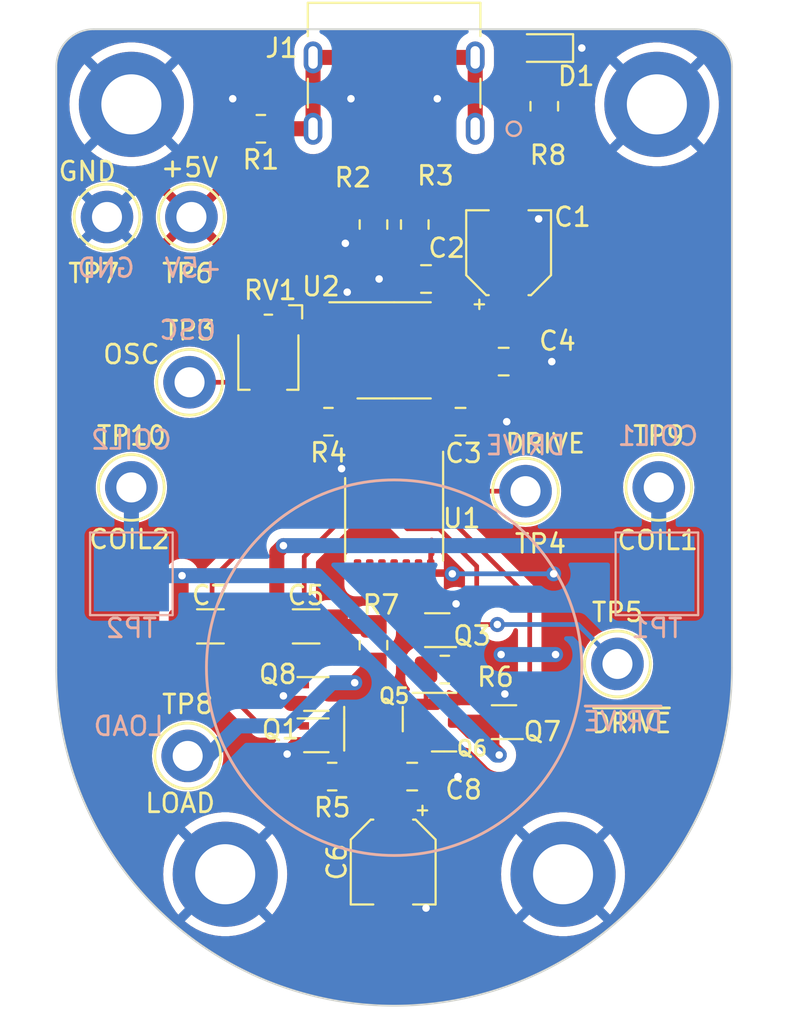
<source format=kicad_pcb>
(kicad_pcb (version 20221018) (generator pcbnew)
  (layers (0 "F.Cu" signal) (31 "B.Cu" signal) (34 "B.Paste" user) (35 "F.Paste" user) (36 "B.SilkS" user "B.Silkscreen") (37 "F.SilkS" user "F.Silkscreen") (38 "B.Mask" user) (39 "F.Mask" user) (44 "Edge.Cuts" user))
  (net 0 "")
  (net 1 "+5V")
  (net 2 "GND")
  (net 3 "Net-(U2-CV)")
  (net 4 "Net-(U2-THR)")
  (net 5 "LOAD")
  (net 6 "COIL1")
  (net 7 "COIL2")
  (net 8 "Net-(J1-CC1)")
  (net 9 "Net-(J1-CC2)")
  (net 10 "Net-(Q1-D)")
  (net 11 "DRIVE")
  (net 12 "~{DRIVE}")
  (net 13 "OSC")
  (net 14 "Net-(Q3-D)")
  (net 15 "Net-(U2-R)")
  (net 18 "/SHIELD")
  (net 19 "/LOADR")
  (net 20 "Net-(D1-A)")
  (footprint "Potentiometer_SMD:Potentiometer_Bourns_TC33X_Vertical" (layer "F.Cu") (at -6.7 17.3 -90)
    (fp_text reference "RV1" (at -3.4 -0.1 -180) (layer "F.SilkS"))
    (fp_text value "10k")
    (fp_line (start -2.6 -1.8) (end -2.6 -1.1) (stroke (width 0.12)) (layer "F.SilkS"))
    (fp_line (start -2.1 -0.2) (end -2.1 0.2) (stroke (width 0.12)) (layer "F.SilkS"))
    (fp_line (start -1.9 -1.8) (end -2.6 -1.8) (stroke (width 0.12)) (layer "F.SilkS"))
    (fp_line (start -1 -1.6) (end 1.9 -1.6) (stroke (width 0.12)) (layer "F.SilkS"))
    (fp_line (start -1 1.6) (end 1.9 1.6) (stroke (width 0.12)) (layer "F.SilkS"))
    (fp_line (start 1.9 -1.6) (end 1.9 -1) (stroke (width 0.12)) (layer "F.SilkS"))
    (fp_line (start 1.9 1.6) (end 1.9 1) (stroke (width 0.12)) (layer "F.SilkS"))
    (pad "1" smd rect (at -1.8 -1 270) (size 1.2 1.2) (layers "F.Cu" "F.Paste" "F.Mask") (net 4 "Net-(U2-THR)"))
    (pad "2" smd rect (at 1.45 0 270) (size 1.5 1.6) (layers "F.Cu" "F.Paste" "F.Mask") (net 13 "OSC"))
    (pad "3" smd rect (at -1.8 1 270) (size 1.2 1.2) (layers "F.Cu" "F.Paste" "F.Mask"))
  )
  (footprint "Capacitor_SMD:C_0805_2012Metric_Pad1.18x1.45mm_HandSolder" (layer "F.Cu") (at 1.7 13.3 180)
    (fp_text reference "C2" (at -1.1 1.65) (layer "F.SilkS"))
    (fp_text value "100n")
    (fp_line (start -0.261252 -0.735) (end 0.261252 -0.735) (stroke (width 0.12)) (layer "F.SilkS"))
    (fp_line (start -0.261252 0.735) (end 0.261252 0.735) (stroke (width 0.12)) (layer "F.SilkS"))
    (pad "1" smd roundrect (at -1.0375 0 180) (size 1.175 1.45) (layers "F.Cu" "F.Paste" "F.Mask") (roundrect_rratio 0.212766) (net 1 "+5V"))
    (pad "2" smd roundrect (at 1.0375 0 180) (size 1.175 1.45) (layers "F.Cu" "F.Paste" "F.Mask") (roundrect_rratio 0.212766) (net 2 "GND"))
  )
  (footprint "TestPoint:TestPoint_Keystone_5010-5014_Multipurpose" (layer "F.Cu") (at -15.3 10)
    (fp_text reference "TP7" (at -0.7 3) (layer "F.SilkS"))
    (fp_text value "TestPoint")
    (fp_circle (center 0 0) (end 1.75 0) (stroke (width 0.15)) (fill none) (layer "F.SilkS"))
    (pad "1" thru_hole circle (at 0 0) (size 2.8 2.8) (drill 1.6) (layers "*.Cu" "*.Mask") (net 2 "GND"))
  )
  (footprint "Resistor_SMD:R_0805_2012Metric_Pad1.20x1.40mm_HandSolder" (layer "F.Cu") (at 2.7 34.1)
    (fp_text reference "R6" (at 2.7 0.4) (layer "F.SilkS"))
    (fp_text value "10k")
    (fp_line (start -0.227064 -0.735) (end 0.227064 -0.735) (stroke (width 0.12)) (layer "F.SilkS"))
    (fp_line (start -0.227064 0.735) (end 0.227064 0.735) (stroke (width 0.12)) (layer "F.SilkS"))
    (pad "1" smd roundrect (at -1 0) (size 1.2 1.4) (layers "F.Cu" "F.Paste" "F.Mask") (roundrect_rratio 0.208333) (net 14 "Net-(Q3-D)"))
    (pad "2" smd roundrect (at 1 0) (size 1.2 1.4) (layers "F.Cu" "F.Paste" "F.Mask") (roundrect_rratio 0.208333) (net 1 "+5V"))
  )
  (footprint "Capacitor_SMD:CP_Elec_4x4.5" (layer "F.Cu") (at -0.05 44.35 -90)
    (fp_text reference "C6" (at 0 3 90) (layer "F.SilkS"))
    (fp_text value "1u")
    (fp_line (start -3 -1.56) (end -2.5 -1.56) (stroke (width 0.12)) (layer "F.SilkS"))
    (fp_line (start -2.75 -1.81) (end -2.75 -1.31) (stroke (width 0.12)) (layer "F.SilkS"))
    (fp_line (start -2.26 -1.195563) (end -2.26 -1.06) (stroke (width 0.12)) (layer "F.SilkS"))
    (fp_line (start -2.26 -1.195563) (end -1.195563 -2.26) (stroke (width 0.12)) (layer "F.SilkS"))
    (fp_line (start -2.26 1.195563) (end -2.26 1.06) (stroke (width 0.12)) (layer "F.SilkS"))
    (fp_line (start -2.26 1.195563) (end -1.195563 2.26) (stroke (width 0.12)) (layer "F.SilkS"))
    (fp_line (start -1.195563 -2.26) (end 2.26 -2.26) (stroke (width 0.12)) (layer "F.SilkS"))
    (fp_line (start -1.195563 2.26) (end 2.26 2.26) (stroke (width 0.12)) (layer "F.SilkS"))
    (fp_line (start 2.26 -2.26) (end 2.26 -1.06) (stroke (width 0.12)) (layer "F.SilkS"))
    (fp_line (start 2.26 2.26) (end 2.26 1.06) (stroke (width 0.12)) (layer "F.SilkS"))
    (pad "1" smd roundrect (at -1.8 0 270) (size 2.6 1.6) (layers "F.Cu" "F.Paste" "F.Mask") (roundrect_rratio 0.15625) (net 1 "+5V"))
    (pad "2" smd roundrect (at 1.8 0 270) (size 2.6 1.6) (layers "F.Cu" "F.Paste" "F.Mask") (roundrect_rratio 0.15625) (net 2 "GND"))
  )
  (footprint "Resistor_SMD:R_0805_2012Metric_Pad1.20x1.40mm_HandSolder" (layer "F.Cu") (at -1.1 32.8 -90)
    (fp_text reference "R7" (at -2.15 -0.4 -180) (layer "F.SilkS"))
    (fp_text value "0")
    (fp_line (start -0.227064 -0.735) (end 0.227064 -0.735) (stroke (width 0.12)) (layer "F.SilkS"))
    (fp_line (start -0.227064 0.735) (end 0.227064 0.735) (stroke (width 0.12)) (layer "F.SilkS"))
    (pad "1" smd roundrect (at -1 0 270) (size 1.2 1.4) (layers "F.Cu" "F.Paste" "F.Mask") (roundrect_rratio 0.208333) (net 19 "/LOADR"))
    (pad "2" smd roundrect (at 1 0 270) (size 1.2 1.4) (layers "F.Cu" "F.Paste" "F.Mask") (roundrect_rratio 0.208333) (net 5 "LOAD"))
  )
  (footprint "Capacitor_SMD:C_0805_2012Metric_Pad1.18x1.45mm_HandSolder" (layer "F.Cu") (at 0.9625 39.8)
    (fp_text reference "C8" (at 2.7375 0.7) (layer "F.SilkS"))
    (fp_text value "100n")
    (fp_line (start -0.261252 -0.735) (end 0.261252 -0.735) (stroke (width 0.12)) (layer "F.SilkS"))
    (fp_line (start -0.261252 0.735) (end 0.261252 0.735) (stroke (width 0.12)) (layer "F.SilkS"))
    (pad "1" smd roundrect (at -1.0375 0) (size 1.175 1.45) (layers "F.Cu" "F.Paste" "F.Mask") (roundrect_rratio 0.212766) (net 1 "+5V"))
    (pad "2" smd roundrect (at 1.0375 0) (size 1.175 1.45) (layers "F.Cu" "F.Paste" "F.Mask") (roundrect_rratio 0.212766) (net 2 "GND"))
  )
  (footprint "Capacitor_SMD:CP_Elec_4x4.5" (layer "F.Cu") (at 6.1 11.9 90)
    (fp_text reference "C1" (at 1.9 3.4 180) (layer "F.SilkS"))
    (fp_text value "1u")
    (fp_line (start -3 -1.56) (end -2.5 -1.56) (stroke (width 0.12)) (layer "F.SilkS"))
    (fp_line (start -2.75 -1.81) (end -2.75 -1.31) (stroke (width 0.12)) (layer "F.SilkS"))
    (fp_line (start -2.26 -1.195563) (end -2.26 -1.06) (stroke (width 0.12)) (layer "F.SilkS"))
    (fp_line (start -2.26 -1.195563) (end -1.195563 -2.26) (stroke (width 0.12)) (layer "F.SilkS"))
    (fp_line (start -2.26 1.195563) (end -2.26 1.06) (stroke (width 0.12)) (layer "F.SilkS"))
    (fp_line (start -2.26 1.195563) (end -1.195563 2.26) (stroke (width 0.12)) (layer "F.SilkS"))
    (fp_line (start -1.195563 -2.26) (end 2.26 -2.26) (stroke (width 0.12)) (layer "F.SilkS"))
    (fp_line (start -1.195563 2.26) (end 2.26 2.26) (stroke (width 0.12)) (layer "F.SilkS"))
    (fp_line (start 2.26 -2.26) (end 2.26 -1.06) (stroke (width 0.12)) (layer "F.SilkS"))
    (fp_line (start 2.26 2.26) (end 2.26 1.06) (stroke (width 0.12)) (layer "F.SilkS"))
    (pad "1" smd roundrect (at -1.8 0 90) (size 2.6 1.6) (layers "F.Cu" "F.Paste" "F.Mask") (roundrect_rratio 0.15625) (net 1 "+5V"))
    (pad "2" smd roundrect (at 1.8 0 90) (size 2.6 1.6) (layers "F.Cu" "F.Paste" "F.Mask") (roundrect_rratio 0.15625) (net 2 "GND"))
  )
  (footprint "MountingHole:MountingHole_3.2mm_M3_DIN965_Pad" (layer "F.Cu") (at -9 45)
    (fp_text reference "H3" hide)
    (fp_text value "MountingHole_Pad")
    (pad "1" thru_hole circle (at 0 0) (size 5.6 5.6) (drill 3.2) (layers "*.Cu" "*.Mask") (net 2 "GND"))
  )
  (footprint "TestPoint:TestPoint_Keystone_5010-5014_Multipurpose" (layer "F.Cu") (at -10.9 18.8)
    (fp_text reference "TP3" (at 0 -2.75) (layer "F.SilkS"))
    (fp_text value "TestPoint")
    (fp_circle (center 0 0) (end 1.75 0) (stroke (width 0.15)) (fill none) (layer "F.SilkS"))
    (pad "1" thru_hole circle (at 0 0) (size 2.8 2.8) (drill 1.6) (layers "*.Cu" "*.Mask") (net 13 "OSC"))
  )
  (footprint "Package_TO_SOT_SMD:SOT-523" (layer "F.Cu") (at 5.855 36.9 180)
    (fp_text reference "Q7" (at -2.045 -0.5) (layer "F.SilkS"))
    (fp_text value "DMG1012T")
    (fp_line (start -1 -0.9) (end 0.65 -0.9) (stroke (width 0.12)) (layer "F.SilkS"))
    (fp_line (start 0.65 0.9) (end -0.65 0.9) (stroke (width 0.12)) (layer "F.SilkS"))
    (pad "1" smd rect (at -0.645 -0.5) (size 0.51 0.4) (layers "F.Cu" "F.Paste" "F.Mask") (net 11 "DRIVE"))
    (pad "2" smd rect (at -0.645 0.5) (size 0.51 0.4) (layers "F.Cu" "F.Paste" "F.Mask") (net 2 "GND"))
    (pad "3" smd rect (at 0.645 0) (size 0.51 0.4) (layers "F.Cu" "F.Paste" "F.Mask") (net 7 "COIL2"))
  )
  (footprint "Capacitor_SMD:C_0805_2012Metric_Pad1.18x1.45mm_HandSolder" (layer "F.Cu") (at 5.8375 17.7)
    (fp_text reference "C4" (at 2.8625 -1.1) (layer "F.SilkS"))
    (fp_text value "1n")
    (fp_line (start -0.261252 -0.735) (end 0.261252 -0.735) (stroke (width 0.12)) (layer "F.SilkS"))
    (fp_line (start -0.261252 0.735) (end 0.261252 0.735) (stroke (width 0.12)) (layer "F.SilkS"))
    (pad "1" smd roundrect (at -1.0375 0) (size 1.175 1.45) (layers "F.Cu" "F.Paste" "F.Mask") (roundrect_rratio 0.212766) (net 4 "Net-(U2-THR)"))
    (pad "2" smd roundrect (at 1.0375 0) (size 1.175 1.45) (layers "F.Cu" "F.Paste" "F.Mask") (roundrect_rratio 0.212766) (net 2 "GND"))
  )
  (footprint "TestPoint:TestPoint_Keystone_5010-5014_Multipurpose" (layer "F.Cu") (at -10.8 10)
    (fp_text reference "TP6" (at -0.2 3) (layer "F.SilkS"))
    (fp_text value "TestPoint")
    (fp_circle (center 0 0) (end 1.75 0) (stroke (width 0.15)) (fill none) (layer "F.SilkS"))
    (pad "1" thru_hole circle (at 0 0) (size 2.8 2.8) (drill 1.6) (layers "*.Cu" "*.Mask") (net 1 "+5V"))
  )
  (footprint "Package_TO_SOT_SMD:SOT-23" (layer "F.Cu") (at -1.1 36.7375 90)
    (fp_text reference "Q5" (at 1.2375 1.1 180) (layer "F.SilkS") (effects (font (size 0.8 0.8))))
    (fp_text value "DMG2301L")
    (fp_line (start 0 -1.56) (end -1.675 -1.56) (stroke (width 0.12)) (layer "F.SilkS"))
    (fp_line (start 0 -1.56) (end 0.65 -1.56) (stroke (width 0.12)) (layer "F.SilkS"))
    (fp_line (start 0 1.56) (end -0.65 1.56) (stroke (width 0.12)) (layer "F.SilkS"))
    (fp_line (start 0 1.56) (end 0.65 1.56) (stroke (width 0.12)) (layer "F.SilkS"))
    (pad "1" smd roundrect (at -0.9375 -0.95 90) (size 1.475 0.6) (layers "F.Cu" "F.Paste" "F.Mask") (net 10 "Net-(Q1-D)"))
    (pad "2" smd roundrect (at -0.9375 0.95 90) (size 1.475 0.6) (layers "F.Cu" "F.Paste" "F.Mask") (net 1 "+5V"))
    (pad "3" smd roundrect (at 0.9375 0 90) (size 1.475 0.6) (layers "F.Cu" "F.Paste" "F.Mask") (net 5 "LOAD"))
  )
  (footprint "Capacitor_SMD:C_1206_3216Metric_Pad1.33x1.80mm_HandSolder" (layer "F.Cu") (at -4.6875 31.8 180)
    (fp_text reference "C5" (at 0.0125 1.65) (layer "F.SilkS"))
    (fp_text value "560n")
    (fp_line (start -0.711252 -0.91) (end 0.711252 -0.91) (stroke (width 0.12)) (layer "F.SilkS"))
    (fp_line (start -0.711252 0.91) (end 0.711252 0.91) (stroke (width 0.12)) (layer "F.SilkS"))
    (pad "1" smd roundrect (at -1.5625 0 180) (size 1.325 1.8) (layers "F.Cu" "F.Paste" "F.Mask") (roundrect_rratio 0.188679) (net 19 "/LOADR"))
    (pad "2" smd roundrect (at 1.5625 0 180) (size 1.325 1.8) (layers "F.Cu" "F.Paste" "F.Mask") (roundrect_rratio 0.188679) (net 6 "COIL1"))
  )
  (footprint "TestPoint:TestPoint_Keystone_5010-5014_Multipurpose" (layer "F.Cu") (at -11 38.7)
    (fp_text reference "TP8" (at 0 -2.75) (layer "F.SilkS"))
    (fp_text value "TestPoint")
    (fp_circle (center 0 0) (end 1.75 0) (stroke (width 0.15)) (fill none) (layer "F.SilkS"))
    (pad "1" thru_hole circle (at 0 0) (size 2.8 2.8) (drill 1.6) (layers "*.Cu" "*.Mask") (net 5 "LOAD"))
  )
  (footprint "TestPoint:TestPoint_Keystone_5010-5014_Multipurpose" (layer "F.Cu") (at 7 24.6)
    (fp_text reference "TP4" (at 0.8 2.8) (layer "F.SilkS"))
    (fp_text value "TestPoint")
    (fp_circle (center 0 0) (end 1.75 0) (stroke (width 0.15)) (fill none) (layer "F.SilkS"))
    (pad "1" thru_hole circle (at 0 0) (size 2.8 2.8) (drill 1.6) (layers "*.Cu" "*.Mask") (net 11 "DRIVE"))
  )
  (footprint "Resistor_SMD:R_0805_2012Metric_Pad1.20x1.40mm_HandSolder" (layer "F.Cu") (at -3.5 20.9 180)
    (fp_text reference "R4" (at 0 -1.65) (layer "F.SilkS"))
    (fp_text value "0")
    (fp_line (start -0.227064 -0.735) (end 0.227064 -0.735) (stroke (width 0.12)) (layer "F.SilkS"))
    (fp_line (start -0.227064 0.735) (end 0.227064 0.735) (stroke (width 0.12)) (layer "F.SilkS"))
    (pad "1" smd roundrect (at -1 0 180) (size 1.2 1.4) (layers "F.Cu" "F.Paste" "F.Mask") (roundrect_rratio 0.208333) (net 15 "Net-(U2-R)"))
    (pad "2" smd roundrect (at 1 0 180) (size 1.2 1.4) (layers "F.Cu" "F.Paste" "F.Mask") (roundrect_rratio 0.208333) (net 1 "+5V"))
  )
  (footprint "Package_TO_SOT_SMD:SOT-523" (layer "F.Cu") (at -4.145 35.4)
    (fp_text reference "Q8" (at -2.055 -1.05) (layer "F.SilkS"))
    (fp_text value "DMG1012T")
    (fp_line (start -1 -0.9) (end 0.65 -0.9) (stroke (width 0.12)) (layer "F.SilkS"))
    (fp_line (start 0.65 0.9) (end -0.65 0.9) (stroke (width 0.12)) (layer "F.SilkS"))
    (pad "1" smd rect (at -0.645 -0.5 180) (size 0.51 0.4) (layers "F.Cu" "F.Paste" "F.Mask") (net 12 "~{DRIVE}"))
    (pad "2" smd rect (at -0.645 0.5 180) (size 0.51 0.4) (layers "F.Cu" "F.Paste" "F.Mask") (net 2 "GND"))
    (pad "3" smd rect (at 0.645 0 180) (size 0.51 0.4) (layers "F.Cu" "F.Paste" "F.Mask") (net 5 "LOAD"))
  )
  (footprint "Gigahawk:UJC-HP-3-SMT-TR" (layer "F.Cu") (at 0 2.175599 180)
    (fp_text reference "J1" (at 6 1.175599) (layer "F.SilkS"))
    (fp_text value "USB_C_Receptacle_PowerOnly_6P" hide)
    (fp_circle (center -6.3754 -3.124401) (end -5.9944 -3.124401) (stroke (width 0.12)) (fill none) (layer "B.SilkS"))
    (fp_line (start -4.5974 -1.987842) (end -4.5974 -0.460958) (stroke (width 0.12)) (layer "F.SilkS"))
    (fp_line (start -4.5974 1.812157) (end -4.5974 3.5814) (stroke (width 0.12)) (layer "F.SilkS"))
    (fp_line (start -4.5974 3.5814) (end 4.5974 3.5814) (stroke (width 0.12)) (layer "F.SilkS"))
    (fp_line (start 4.5974 -0.460958) (end 4.5974 -1.987842) (stroke (width 0.12)) (layer "F.SilkS"))
    (fp_line (start 4.5974 3.5814) (end 4.5974 1.812157) (stroke (width 0.12)) (layer "F.SilkS"))
    (fp_circle (center -6.3754 -3.124401) (end -5.9944 -3.124401) (stroke (width 0.12)) (fill none) (layer "F.SilkS"))
    (pad "A5" smd rect (at -0.499999 -3.124401 180) (size 0.7112 1.143) (layers "F.Cu" "F.Paste" "F.Mask") (net 8 "Net-(J1-CC1)"))
    (pad "A9" smd rect (at 1.52 -3.124401 180) (size 0.8128 1.143) (layers "F.Cu" "F.Paste" "F.Mask") (net 1 "+5V"))
    (pad "A12" smd rect (at 2.75 -3.124401 180) (size 0.889 1.143) (layers "F.Cu" "F.Paste" "F.Mask") (net 2 "GND"))
    (pad "B5" smd rect (at 0.499999 -3.124401 180) (size 0.7112 1.143) (layers "F.Cu" "F.Paste" "F.Mask") (net 9 "Net-(J1-CC2)"))
    (pad "B9" smd rect (at -1.52 -3.124401 180) (size 0.8128 1.143) (layers "F.Cu" "F.Paste" "F.Mask") (net 1 "+5V"))
    (pad "B12" smd rect (at -2.75 -3.124401 180) (size 0.889 1.143) (layers "F.Cu" "F.Paste" "F.Mask") (net 2 "GND"))
    (pad "S1" thru_hole oval (at -4.320002 -3.124401 270) (size 1.7 1) (drill oval 1.2 0.5) (layers "*.Cu" "*.Mask") (net 18 "/SHIELD"))
    (pad "S1" thru_hole oval (at -4.319999 0.675599 270) (size 1.7 1) (drill oval 1.2 0.5) (layers "*.Cu" "*.Mask") (net 18 "/SHIELD"))
    (pad "S1" thru_hole oval (at 4.319999 0.675599 270) (size 1.7 1) (drill oval 1.2 0.5) (layers "*.Cu" "*.Mask") (net 18 "/SHIELD"))
    (pad "S1" thru_hole oval (at 4.320002 -3.124401 270) (size 1.7 1) (drill oval 1.2 0.5) (layers "*.Cu" "*.Mask") (net 18 "/SHIELD"))
  )
  (footprint "MountingHole:MountingHole_3.2mm_M3_DIN965_Pad" (layer "F.Cu") (at 9 45)
    (fp_text reference "H4" hide)
    (fp_text value "MountingHole_Pad")
    (pad "1" thru_hole circle (at 0 0) (size 5.6 5.6) (drill 3.2) (layers "*.Cu" "*.Mask") (net 2 "GND"))
  )
  (footprint "Package_TO_SOT_SMD:SOT-523" (layer "F.Cu") (at -4.145 37.6)
    (fp_text reference "Q1" (at -1.905 -0.3) (layer "F.SilkS"))
    (fp_text value "DMG1012T")
    (fp_line (start -1 -0.9) (end 0.65 -0.9) (stroke (width 0.12)) (layer "F.SilkS"))
    (fp_line (start 0.65 0.9) (end -0.65 0.9) (stroke (width 0.12)) (layer "F.SilkS"))
    (pad "1" smd rect (at -0.645 -0.5 180) (size 0.51 0.4) (layers "F.Cu" "F.Paste" "F.Mask") (net 11 "DRIVE"))
    (pad "2" smd rect (at -0.645 0.5 180) (size 0.51 0.4) (layers "F.Cu" "F.Paste" "F.Mask") (net 2 "GND"))
    (pad "3" smd rect (at 0.645 0 180) (size 0.51 0.4) (layers "F.Cu" "F.Paste" "F.Mask") (net 10 "Net-(Q1-D)"))
  )
  (footprint "Package_TO_SOT_SMD:SOT-523" (layer "F.Cu") (at 2.3 32 180)
    (fp_text reference "Q3" (at -1.85 -0.3) (layer "F.SilkS"))
    (fp_text value "DMG1012T")
    (fp_line (start -1 -0.9) (end 0.65 -0.9) (stroke (width 0.12)) (layer "F.SilkS"))
    (fp_line (start 0.65 0.9) (end -0.65 0.9) (stroke (width 0.12)) (layer "F.SilkS"))
    (pad "1" smd rect (at -0.645 -0.5) (size 0.51 0.4) (layers "F.Cu" "F.Paste" "F.Mask") (net 12 "~{DRIVE}"))
    (pad "2" smd rect (at -0.645 0.5) (size 0.51 0.4) (layers "F.Cu" "F.Paste" "F.Mask") (net 2 "GND"))
    (pad "3" smd rect (at 0.645 0) (size 0.51 0.4) (layers "F.Cu" "F.Paste" "F.Mask") (net 14 "Net-(Q3-D)"))
  )
  (footprint "MountingHole:MountingHole_3.2mm_M3_DIN965_Pad" (layer "F.Cu") (at -14 4)
    (fp_text reference "H1" hide)
    (fp_text value "MountingHole_Pad")
    (pad "1" thru_hole circle (at 0 0) (size 5.6 5.6) (drill 3.2) (layers "*.Cu" "*.Mask") (net 2 "GND"))
  )
  (footprint "Resistor_SMD:R_0805_2012Metric_Pad1.20x1.40mm_HandSolder" (layer "F.Cu") (at -1.1 10.4 -90)
    (fp_text reference "R2" (at -2.5 1.1 -180) (layer "F.SilkS"))
    (fp_text value "5.1k")
    (fp_line (start -0.227064 -0.735) (end 0.227064 -0.735) (stroke (width 0.12)) (layer "F.SilkS"))
    (fp_line (start -0.227064 0.735) (end 0.227064 0.735) (stroke (width 0.12)) (layer "F.SilkS"))
    (pad "1" smd roundrect (at -1 0 270) (size 1.2 1.4) (layers "F.Cu" "F.Paste" "F.Mask") (roundrect_rratio 0.208333) (net 9 "Net-(J1-CC2)"))
    (pad "2" smd roundrect (at 1 0 270) (size 1.2 1.4) (layers "F.Cu" "F.Paste" "F.Mask") (roundrect_rratio 0.208333) (net 2 "GND"))
  )
  (footprint "Resistor_SMD:R_0805_2012Metric_Pad1.20x1.40mm_HandSolder" (layer "F.Cu") (at 1.1 10.4 -90)
    (fp_text reference "R3" (at -2.6 -1.1 -180) (layer "F.SilkS"))
    (fp_text value "5.1k")
    (fp_line (start -0.227064 -0.735) (end 0.227064 -0.735) (stroke (width 0.12)) (layer "F.SilkS"))
    (fp_line (start -0.227064 0.735) (end 0.227064 0.735) (stroke (width 0.12)) (layer "F.SilkS"))
    (pad "1" smd roundrect (at -1 0 270) (size 1.2 1.4) (layers "F.Cu" "F.Paste" "F.Mask") (roundrect_rratio 0.208333) (net 8 "Net-(J1-CC1)"))
    (pad "2" smd roundrect (at 1 0 270) (size 1.2 1.4) (layers "F.Cu" "F.Paste" "F.Mask") (roundrect_rratio 0.208333) (net 2 "GND"))
  )
  (footprint "Package_SO:SOIC-8_3.9x4.9mm_P1.27mm" (layer "F.Cu") (at 0 17.1)
    (fp_text reference "U2" (at -3.9 -3.4) (layer "F.SilkS"))
    (fp_text value "TLC555xD")
    (fp_line (start 0 -2.56) (end -3.45 -2.56) (stroke (width 0.12)) (layer "F.SilkS"))
    (fp_line (start 0 -2.56) (end 1.95 -2.56) (stroke (width 0.12)) (layer "F.SilkS"))
    (fp_line (start 0 2.56) (end -1.95 2.56) (stroke (width 0.12)) (layer "F.SilkS"))
    (fp_line (start 0 2.56) (end 1.95 2.56) (stroke (width 0.12)) (layer "F.SilkS"))
    (pad "1" smd roundrect (at -2.475 -1.905) (size 1.95 0.6) (layers "F.Cu" "F.Paste" "F.Mask") (net 2 "GND"))
    (pad "2" smd roundrect (at -2.475 -0.635) (size 1.95 0.6) (layers "F.Cu" "F.Paste" "F.Mask") (net 4 "Net-(U2-THR)"))
    (pad "3" smd roundrect (at -2.475 0.635) (size 1.95 0.6) (layers "F.Cu" "F.Paste" "F.Mask") (net 13 "OSC"))
    (pad "4" smd roundrect (at -2.475 1.905) (size 1.95 0.6) (layers "F.Cu" "F.Paste" "F.Mask") (net 15 "Net-(U2-R)"))
    (pad "5" smd roundrect (at 2.475 1.905) (size 1.95 0.6) (layers "F.Cu" "F.Paste" "F.Mask") (net 3 "Net-(U2-CV)"))
    (pad "6" smd roundrect (at 2.475 0.635) (size 1.95 0.6) (layers "F.Cu" "F.Paste" "F.Mask") (net 4 "Net-(U2-THR)"))
    (pad "7" smd roundrect (at 2.475 -0.635) (size 1.95 0.6) (layers "F.Cu" "F.Paste" "F.Mask"))
    (pad "8" smd roundrect (at 2.475 -1.905) (size 1.95 0.6) (layers "F.Cu" "F.Paste" "F.Mask") (net 1 "+5V"))
  )
  (footprint "Capacitor_SMD:C_0805_2012Metric_Pad1.18x1.45mm_HandSolder" (layer "F.Cu") (at 3.5375 20.9 180)
    (fp_text reference "C3" (at -0.1625 -1.68) (layer "F.SilkS"))
    (fp_text value "10n")
    (fp_line (start -0.261252 -0.735) (end 0.261252 -0.735) (stroke (width 0.12)) (layer "F.SilkS"))
    (fp_line (start -0.261252 0.735) (end 0.261252 0.735) (stroke (width 0.12)) (layer "F.SilkS"))
    (pad "1" smd roundrect (at -1.0375 0 180) (size 1.175 1.45) (layers "F.Cu" "F.Paste" "F.Mask") (roundrect_rratio 0.212766) (net 2 "GND"))
    (pad "2" smd roundrect (at 1.0375 0 180) (size 1.175 1.45) (layers "F.Cu" "F.Paste" "F.Mask") (roundrect_rratio 0.212766) (net 3 "Net-(U2-CV)"))
  )
  (footprint "TestPoint:TestPoint_Keystone_5010-5014_Multipurpose" (layer "F.Cu") (at -14 24.4)
    (fp_text reference "TP10" (at 0 -2.75) (layer "F.SilkS"))
    (fp_text value "TestPoint")
    (fp_circle (center 0 0) (end 1.75 0) (stroke (width 0.15)) (fill none) (layer "F.SilkS"))
    (pad "1" thru_hole circle (at 0 0) (size 2.8 2.8) (drill 1.6) (layers "*.Cu" "*.Mask") (net 7 "COIL2"))
  )
  (footprint "Resistor_SMD:R_0805_2012Metric_Pad1.20x1.40mm_HandSolder" (layer "F.Cu") (at -3.3 39.8 180)
    (fp_text reference "R5" (at 0 -1.65) (layer "F.SilkS"))
    (fp_text value "10k")
    (fp_line (start -0.227064 -0.735) (end 0.227064 -0.735) (stroke (width 0.12)) (layer "F.SilkS"))
    (fp_line (start -0.227064 0.735) (end 0.227064 0.735) (stroke (width 0.12)) (layer "F.SilkS"))
    (pad "1" smd roundrect (at -1 0 180) (size 1.2 1.4) (layers "F.Cu" "F.Paste" "F.Mask") (roundrect_rratio 0.208333) (net 10 "Net-(Q1-D)"))
    (pad "2" smd roundrect (at 1 0 180) (size 1.2 1.4) (layers "F.Cu" "F.Paste" "F.Mask") (roundrect_rratio 0.208333) (net 1 "+5V"))
  )
  (footprint "Resistor_SMD:R_0805_2012Metric_Pad1.20x1.40mm_HandSolder" (layer "F.Cu") (at 8 4.1 90)
    (fp_text reference "R8" (at -2.6 0.2 180) (layer "F.SilkS"))
    (fp_text value "150R")
    (fp_line (start -0.227064 -0.735) (end 0.227064 -0.735) (stroke (width 0.12)) (layer "F.SilkS"))
    (fp_line (start -0.227064 0.735) (end 0.227064 0.735) (stroke (width 0.12)) (layer "F.SilkS"))
    (pad "1" smd roundrect (at -1 0 90) (size 1.2 1.4) (layers "F.Cu" "F.Paste" "F.Mask") (roundrect_rratio 0.208333) (net 1 "+5V"))
    (pad "2" smd roundrect (at 1 0 90) (size 1.2 1.4) (layers "F.Cu" "F.Paste" "F.Mask") (roundrect_rratio 0.208333) (net 20 "Net-(D1-A)"))
  )
  (footprint "TestPoint:TestPoint_Keystone_5010-5014_Multipurpose" (layer "F.Cu") (at 14.1 24.4)
    (fp_text reference "TP9" (at 0 -2.75) (layer "F.SilkS"))
    (fp_text value "TestPoint")
    (fp_circle (center 0 0) (end 1.75 0) (stroke (width 0.15)) (fill none) (layer "F.SilkS"))
    (pad "1" thru_hole circle (at 0 0) (size 2.8 2.8) (drill 1.6) (layers "*.Cu" "*.Mask") (net 6 "COIL1"))
  )
  (footprint "Resistor_SMD:R_0805_2012Metric_Pad1.20x1.40mm_HandSolder" (layer "F.Cu") (at -7.1 5.3 180)
    (fp_text reference "R1" (at 0 -1.65) (layer "F.SilkS"))
    (fp_text value "0")
    (fp_line (start -0.227064 -0.735) (end 0.227064 -0.735) (stroke (width 0.12)) (layer "F.SilkS"))
    (fp_line (start -0.227064 0.735) (end 0.227064 0.735) (stroke (width 0.12)) (layer "F.SilkS"))
    (pad "1" smd roundrect (at -1 0 180) (size 1.2 1.4) (layers "F.Cu" "F.Paste" "F.Mask") (roundrect_rratio 0.208333) (net 18 "/SHIELD"))
    (pad "2" smd roundrect (at 1 0 180) (size 1.2 1.4) (layers "F.Cu" "F.Paste" "F.Mask") (roundrect_rratio 0.208333) (net 2 "GND"))
  )
  (footprint "Package_TO_SOT_SMD:SOT-23" (layer "F.Cu") (at 2.6625 36.9)
    (fp_text reference "Q6" (at 1.4875 1.4) (layer "F.SilkS") (effects (font (size 0.8 0.8))))
    (fp_text value "DMG2301L")
    (fp_line (start 0 -1.56) (end -1.675 -1.56) (stroke (width 0.12)) (layer "F.SilkS"))
    (fp_line (start 0 -1.56) (end 0.65 -1.56) (stroke (width 0.12)) (layer "F.SilkS"))
    (fp_line (start 0 1.56) (end -0.65 1.56) (stroke (width 0.12)) (layer "F.SilkS"))
    (fp_line (start 0 1.56) (end 0.65 1.56) (stroke (width 0.12)) (layer "F.SilkS"))
    (pad "1" smd roundrect (at -0.9375 -0.95) (size 1.475 0.6) (layers "F.Cu" "F.Paste" "F.Mask") (net 14 "Net-(Q3-D)"))
    (pad "2" smd roundrect (at -0.9375 0.95) (size 1.475 0.6) (layers "F.Cu" "F.Paste" "F.Mask") (net 1 "+5V"))
    (pad "3" smd roundrect (at 0.9375 0) (size 1.475 0.6) (layers "F.Cu" "F.Paste" "F.Mask") (net 7 "COIL2"))
  )
  (footprint "MountingHole:MountingHole_3.2mm_M3_DIN965_Pad" (layer "F.Cu") (at 14 4)
    (fp_text reference "H2" hide)
    (fp_text value "MountingHole_Pad")
    (pad "1" thru_hole circle (at 0 0) (size 5.6 5.6) (drill 3.2) (layers "*.Cu" "*.Mask") (net 2 "GND"))
  )
  (footprint "Package_SO:TSSOP-14_4.4x5mm_P0.65mm" (layer "F.Cu") (at 0 26.1 -90)
    (fp_text reference "U1" (at -0.05 -3.6 -180) (layer "F.SilkS"))
    (fp_text value "74HC14")
    (fp_line (start 0 -2.61) (end -3.6 -2.61) (stroke (width 0.12)) (layer "F.SilkS"))
    (fp_line (start 0 -2.61) (end 2.2 -2.61) (stroke (width 0.12)) (layer "F.SilkS"))
    (fp_line (start 0 2.61) (end -2.2 2.61) (stroke (width 0.12)) (layer "F.SilkS"))
    (fp_line (start 0 2.61) (end 2.2 2.61) (stroke (width 0.12)) (layer "F.SilkS"))
    (pad "1" smd roundrect (at -2.8625 -1.95 270) (size 1.475 0.4) (layers "F.Cu" "F.Paste" "F.Mask"))
    (pad "2" smd roundrect (at -2.8625 -1.3 270) (size 1.475 0.4) (layers "F.Cu" "F.Paste" "F.Mask"))
    (pad "3" smd roundrect (at -2.8625 -0.65 270) (size 1.475 0.4) (layers "F.Cu" "F.Paste" "F.Mask") (net 13 "OSC"))
    (pad "4" smd roundrect (at -2.8625 0 270) (size 1.475 0.4) (layers "F.Cu" "F.Paste" "F.Mask") (net 11 "DRIVE"))
    (pad "5" smd roundrect (at -2.8625 0.65 270) (size 1.475 0.4) (layers "F.Cu" "F.Paste" "F.Mask") (net 11 "DRIVE"))
    (pad "6" smd roundrect (at -2.8625 1.3 270) (size 1.475 0.4) (layers "F.Cu" "F.Paste" "F.Mask") (net 12 "~{DRIVE}"))
    (pad "7" smd roundrect (at -2.8625 1.95 270) (size 1.475 0.4) (layers "F.Cu" "F.Paste" "F.Mask") (net 2 "GND"))
    (pad "8" smd roundrect (at 2.8625 1.95 270) (size 1.475 0.4) (layers "F.Cu" "F.Paste" "F.Mask"))
    (pad "9" smd roundrect (at 2.8625 1.3 270) (size 1.475 0.4) (layers "F.Cu" "F.Paste" "F.Mask"))
    (pad "10" smd roundrect (at 2.8625 0.65 270) (size 1.475 0.4) (layers "F.Cu" "F.Paste" "F.Mask"))
    (pad "11" smd roundrect (at 2.8625 0 270) (size 1.475 0.4) (layers "F.Cu" "F.Paste" "F.Mask"))
    (pad "12" smd roundrect (at 2.8625 -0.65 270) (size 1.475 0.4) (layers "F.Cu" "F.Paste" "F.Mask"))
    (pad "13" smd roundrect (at 2.8625 -1.3 270) (size 1.475 0.4) (layers "F.Cu" "F.Paste" "F.Mask"))
    (pad "14" smd roundrect (at 2.8625 -1.95 270) (size 1.475 0.4) (layers "F.Cu" "F.Paste" "F.Mask") (net 1 "+5V"))
  )
  (footprint "Capacitor_SMD:C_1206_3216Metric_Pad1.33x1.80mm_HandSolder" (layer "F.Cu") (at -9.7875 31.8 180)
    (fp_text reference "C7" (at 0.0125 1.65) (layer "F.SilkS"))
    (fp_text value "560n")
    (fp_line (start -0.711252 -0.91) (end 0.711252 -0.91) (stroke (width 0.12)) (layer "F.SilkS"))
    (fp_line (start -0.711252 0.91) (end 0.711252 0.91) (stroke (width 0.12)) (layer "F.SilkS"))
    (pad "1" smd roundrect (at -1.5625 0 180) (size 1.325 1.8) (layers "F.Cu" "F.Paste" "F.Mask") (roundrect_rratio 0.188679) (net 6 "COIL1"))
    (pad "2" smd roundrect (at 1.5625 0 180) (size 1.325 1.8) (layers "F.Cu" "F.Paste" "F.Mask") (roundrect_rratio 0.188679) (net 7 "COIL2"))
  )
  (footprint "LED_SMD:LED_0603_1608Metric_Pad1.05x0.95mm_HandSolder" (layer "F.Cu") (at 7.875 1 180)
    (fp_text reference "D1" (at -1.825 -1.5) (layer "F.SilkS"))
    (fp_text value "GRN")
    (fp_line (start -1.66 -0.735) (end -1.66 0.735) (stroke (width 0.12)) (layer "F.SilkS"))
    (fp_line (start -1.66 0.735) (end 0.8 0.735) (stroke (width 0.12)) (layer "F.SilkS"))
    (fp_line (start 0.8 -0.735) (end -1.66 -0.735) (stroke (width 0.12)) (layer "F.SilkS"))
    (pad "1" smd roundrect (at -0.875 0 180) (size 1.05 0.95) (layers "F.Cu" "F.Paste" "F.Mask") (net 2 "GND"))
    (pad "2" smd roundrect (at 0.875 0 180) (size 1.05 0.95) (layers "F.Cu" "F.Paste" "F.Mask") (net 20 "Net-(D1-A)"))
  )
  (footprint "TestPoint:TestPoint_Keystone_5010-5014_Multipurpose" (layer "F.Cu") (at 11.9 33.8)
    (fp_text reference "TP5" (at 0 -2.75) (layer "F.SilkS"))
    (fp_text value "TestPoint")
    (fp_circle (center 0 0) (end 1.75 0) (stroke (width 0.15)) (fill none) (layer "F.SilkS"))
    (pad "1" thru_hole circle (at 0 0) (size 2.8 2.8) (drill 1.6) (layers "*.Cu" "*.Mask") (net 12 "~{DRIVE}"))
  )
  (footprint "TestPoint:TestPoint_Pad_4.0x4.0mm" (layer "B.Cu") (at -14 29)
    (fp_text reference "TP2" (at 0 2.898) (layer "B.SilkS") (effects (justify mirror)))
    (fp_text value "TestPoint")
    (fp_line (start -2.2 -2.2) (end -2.2 2.2) (stroke (width 0.12)) (layer "B.SilkS"))
    (fp_line (start -2.2 2.2) (end 2.2 2.2) (stroke (width 0.12)) (layer "B.SilkS"))
    (fp_line (start 2.2 -2.2) (end -2.2 -2.2) (stroke (width 0.12)) (layer "B.SilkS"))
    (fp_line (start 2.2 2.2) (end 2.2 -2.2) (stroke (width 0.12)) (layer "B.SilkS"))
    (pad "1" smd rect (at 0 0) (size 4 4) (layers "B.Cu" "B.Mask") (net 7 "COIL2"))
  )
  (footprint "TestPoint:TestPoint_Pad_4.0x4.0mm" (layer "B.Cu") (at 14 29)
    (fp_text reference "TP1" (at 0 2.898) (layer "B.SilkS") (effects (justify mirror)))
    (fp_text value "TestPoint")
    (fp_line (start -2.2 -2.2) (end -2.2 2.2) (stroke (width 0.12)) (layer "B.SilkS"))
    (fp_line (start -2.2 2.2) (end 2.2 2.2) (stroke (width 0.12)) (layer "B.SilkS"))
    (fp_line (start 2.2 -2.2) (end -2.2 -2.2) (stroke (width 0.12)) (layer "B.SilkS"))
    (fp_line (start 2.2 2.2) (end 2.2 -2.2) (stroke (width 0.12)) (layer "B.SilkS"))
    (pad "1" smd rect (at 0 0) (size 4 4) (layers "B.Cu" "B.Mask") (net 6 "COIL1"))
  )
  (gr_circle (center 0 34) (end 10 34) (stroke (width 0.15)) (fill none) (layer "B.SilkS"))
  (gr_line (start -16 0) (end 16 0) (stroke (width 0.1)) (layer "Edge.Cuts"))
  (gr_arc (start 18 34) (mid 0 52) (end -18 34) (stroke (width 0.1)) (layer "Edge.Cuts"))
  (gr_line (start 18 2) (end 18 34) (stroke (width 0.1)) (layer "Edge.Cuts"))
  (gr_arc (start 16 0) (mid 17.414214 0.585786) (end 18 2) (stroke (width 0.1)) (layer "Edge.Cuts"))
  (gr_arc (start -18 2) (mid -17.414214 0.585786) (end -16 0) (stroke (width 0.1)) (layer "Edge.Cuts"))
  (gr_line (start -18 34) (end -18 2) (stroke (width 0.1)) (layer "Edge.Cuts"))
  (gr_text "COIL1" (at 16.3 22.25) (layer "B.SilkS") (effects (font (size 1 1)) (justify left bottom mirror)))
  (gr_text "~{DRIVE}" (at 12.2 37.45) (layer "B.SilkS") (effects (font (size 1 1)) (justify bottom mirror)))
  (gr_text "OSC" (at -11 16.6) (layer "B.SilkS") (effects (font (size 1 1)) (justify bottom mirror)))
  (gr_text "+5V" (at -10.7 13.3) (layer "B.SilkS") (effects (font (size 1 1)) (justify bottom mirror)))
  (gr_text "GND" (at -15.35 13.3) (layer "B.SilkS") (effects (font (size 1 1)) (justify bottom mirror)))
  (gr_text "COIL2" (at -14 22.45) (layer "B.SilkS") (effects (font (size 1 1)) (justify bottom mirror)))
  (gr_text "LOAD" (at -14.15 37.7) (layer "B.SilkS") (effects (font (size 1 1)) (justify bottom mirror)))
  (gr_text "DRIVE" (at 7 22.75) (layer "B.SilkS") (effects (font (size 1 1)) (justify bottom mirror)))
  (gr_text "COIL2" (at -14.1 27.75) (layer "F.SilkS") (effects (font (size 1 1)) (justify bottom)))
  (gr_text "GND" (at -16.35 8.15) (layer "F.SilkS") (effects (font (size 1 1)) (justify bottom)))
  (gr_text "LOAD" (at -11.4 41.8) (layer "F.SilkS") (effects (font (size 1 1)) (justify bottom)))
  (gr_text "COIL1" (at 11.8 27.8) (layer "F.SilkS") (effects (font (size 1 1)) (justify left bottom)))
  (gr_text "DRIVE" (at 8.05 22.65) (layer "F.SilkS") (effects (font (size 1 1)) (justify bottom)))
  (gr_text "~{DRIVE}" (at 12.65 37.55) (layer "F.SilkS") (effects (font (size 1 1)) (justify bottom)))
  (gr_text "+5V" (at -10.9 7.95) (layer "F.SilkS") (effects (font (size 1 1)) (justify bottom)))
  (gr_text "OSC" (at -14 17.9) (layer "F.SilkS") (effects (font (size 1 1)) (justify bottom)))
  (segment (start 1.95 28.9625) (end 3.0625 28.9625) (width 0.254) (layer "F.Cu") (net 1))
  (segment (start 3.7 34.1) (end 4.9 34.1) (width 0.8) (layer "F.Cu") (net 1))
  (segment (start 1.52 6.47) (end 1.95 6.9) (width 0.8) (layer "F.Cu") (net 1))
  (segment (start 3.0625 28.9625) (end 3.1 29) (width 0.254) (layer "F.Cu") (net 1))
  (segment (start -1.52 6.47) (end -1.95 6.9) (width 0.8) (layer "F.Cu") (net 1))
  (segment (start 4.9 34.1) (end 5.7 33.3) (width 0.8) (layer "F.Cu") (net 1))
  (segment (start 1.95 28.9625) (end 1.95 27.25) (width 0.254) (layer "F.Cu") (net 1))
  (segment (start -1.52 5.3) (end -1.52 6.47) (width 0.8) (layer "F.Cu") (net 1))
  (segment (start 1.95 27.25) (end 2 27.2) (width 0.254) (layer "F.Cu") (net 1))
  (segment (start 1.95 30.35) (end 2 30.4) (width 0.254) (layer "F.Cu") (net 1))
  (segment (start 1.52 5.3) (end 1.52 6.47) (width 0.8) (layer "F.Cu") (net 1))
  (segment (start 1.95 28.9625) (end 1.95 30.35) (width 0.254) (layer "F.Cu") (net 1))
  (via (at 8.6 33.3) (size 0.8) (drill 0.4) (layers "F.Cu" "B.Cu") (net 1))
  (via (at 5.7 33.3) (size 0.8) (drill 0.4) (layers "F.Cu" "B.Cu") (net 1))
  (via (at 8.5 29) (size 0.8) (drill 0.4) (layers "F.Cu" "B.Cu") (net 1))
  (via (at 3.1 29) (size 0.8) (drill 0.4) (layers "F.Cu" "B.Cu") (net 1))
  (segment (start 5.7 33.3) (end 8.6 33.3) (width 0.8) (layer "B.Cu") (net 1))
  (segment (start 3.1 29) (end 8.5 29) (width 0.254) (layer "B.Cu") (net 1))
  (segment (start -0.05 46.15) (end 1.05 46.15) (width 0.8) (layer "F.Cu") (net 2))
  (segment (start -4.79 35.9) (end -5.5 35.9) (width 0.8) (layer "F.Cu") (net 2))
  (segment (start 2.945 30.955) (end 3.3 30.6) (width 0.8) (layer "F.Cu") (net 2))
  (segment (start 2.945 31.5) (end 2.945 30.955) (width 0.8) (layer "F.Cu") (net 2))
  (segment (start -8.1 5.3) (end -8.1 4.2) (width 0.8) (layer "F.Cu") (net 2))
  (segment (start 6.875 17.7) (end 8.4 17.7) (width 0.8) (layer "F.Cu") (net 2))
  (segment (start -8.1 4.2) (end -8.6 3.7) (width 0.8) (layer "F.Cu") (net 2))
  (segment (start -2.75 4.15) (end -2.3 3.7) (width 0.8) (layer "F.Cu") (net 2))
  (segment (start -1.1 11.4) (end 1.1 11.4) (width 0.8) (layer "F.Cu") (net 2))
  (segment (start -5.2 38.1) (end -5.7 38.6) (width 0.8) (layer "F.Cu") (net 2))
  (segment (start -1.1 11.4) (end -2.6 11.4) (width 0.8) (layer "F.Cu") (net 2))
  (segment (start 6.1 10.1) (end 7.7 10.1) (width 0.8) (layer "F.Cu") (net 2))
  (segment (start -2.475 15.195) (end -2.475 14.025) (width 0.8) (layer "F.Cu") (net 2))
  (segment (start 1.05 46.15) (end 1.7 46.8) (width 0.8) (layer "F.Cu") (net 2))
  (segment (start 2.75 4.15) (end 2.3 3.7) (width 0.8) (layer "F.Cu") (net 2))
  (segment (start -2.475 14.025) (end -2.5 14) (width 0.8) (layer "F.Cu") (net 2))
  (segment (start 4.575 20.9) (end 6 20.9) (width 0.8) (layer "F.Cu") (net 2))
  (segment (start 6.5 36) (end 5.9 35.4) (width 0.8) (layer "F.Cu") (net 2))
  (segment (start 0.6625 13.3) (end -0.8 13.3) (width 0.8) (layer "F.Cu") (net 2))
  (segment (start 8.75 1) (end 10 1) (width 0.8) (layer "F.Cu") (net 2))
  (segment (start -2.6375 23.2375) (end -2.8 23.4) (width 0.254) (layer "F.Cu") (net 2))
  (segment (start -4.79 38.1) (end -5.2 38.1) (width 0.8) (layer "F.Cu") (net 2))
  (segment (start -5.5 35.9) (end -5.9 35.5) (width 0.8) (layer "F.Cu") (net 2))
  (segment (start 2 39.8) (end 3.4 39.8) (width 0.8) (layer "F.Cu") (net 2))
  (segment (start 6.5 36.4) (end 6.5 36) (width 0.8) (layer "F.Cu") (net 2))
  (segment (start -1.95 23.2375) (end -2.6375 23.2375) (width 0.254) (layer "F.Cu") (net 2))
  (segment (start 2.75 5.3) (end 2.75 4.15) (width 0.8) (layer "F.Cu") (net 2))
  (segment (start -2.75 5.3) (end -2.75 4.15) (width 0.8) (layer "F.Cu") (net 2))
  (via (at 2.3 3.7) (size 0.8) (drill 0.4) (layers "F.Cu" "B.Cu") (net 2))
  (via (at 5.9 35.4) (size 0.8) (drill 0.4) (layers "F.Cu" "B.Cu") (net 2))
  (via (at -5.9 35.5) (size 0.8) (drill 0.4) (layers "F.Cu" "B.Cu") (net 2))
  (via (at -5.7 38.6) (size 0.8) (drill 0.4) (layers "F.Cu" "B.Cu") (net 2))
  (via (at 3.4 39.8) (size 0.8) (drill 0.4) (layers "F.Cu" "B.Cu") (net 2))
  (via (at 10 1) (size 0.8) (drill 0.4) (layers "F.Cu" "B.Cu") (net 2))
  (via (at -2.8 23.4) (size 0.8) (drill 0.4) (layers "F.Cu" "B.Cu") (net 2))
  (via (at -0.8 13.3) (size 0.8) (drill 0.4) (layers "F.Cu" "B.Cu") (net 2))
  (via (at -2.6 11.4) (size 0.8) (drill 0.4) (layers "F.Cu" "B.Cu") (net 2))
  (via (at 8.4 17.7) (size 0.8) (drill 0.4) (layers "F.Cu" "B.Cu") (net 2))
  (via (at 1.7 46.8) (size 0.8) (drill 0.4) (layers "F.Cu" "B.Cu") (net 2))
  (via (at 3.3 30.6) (size 0.8) (drill 0.4) (layers "F.Cu" "B.Cu") (net 2))
  (via (at -2.3 3.7) (size 0.8) (drill 0.4) (layers "F.Cu" "B.Cu") (net 2))
  (via (at 7.7 10.1) (size 0.8) (drill 0.4) (layers "F.Cu" "B.Cu") (net 2))
  (via (at 6 20.9) (size 0.8) (drill 0.4) (layers "F.Cu" "B.Cu") (net 2))
  (via (at -2.5 14) (size 0.8) (drill 0.4) (layers "F.Cu" "B.Cu") (net 2))
  (via (at -8.6 3.7) (size 0.8) (drill 0.4) (layers "F.Cu" "B.Cu") (net 2))
  (segment (start 2.475 19.005) (end 2.475 20.875) (width 0.25) (layer "F.Cu") (net 3))
  (segment (start 2.475 20.875) (end 2.5 20.9) (width 0.25) (layer "F.Cu") (net 3))
  (segment (start 4.765 17.735) (end 4.8 17.7) (width 0.25) (layer "F.Cu") (net 4))
  (segment (start -0.635 16.465) (end 0.6 17.7) (width 0.25) (layer "F.Cu") (net 4))
  (segment (start -5.7 15.5) (end -4.735 16.465) (width 0.25) (layer "F.Cu") (net 4))
  (segment (start -4.735 16.465) (end -2.475 16.465) (width 0.25) (layer "F.Cu") (net 4))
  (segment (start -2.475 16.465) (end -0.635 16.465) (width 0.25) (layer "F.Cu") (net 4))
  (segment (start 2.44 17.7) (end 2.475 17.735) (width 0.25) (layer "F.Cu") (net 4))
  (segment (start 2.475 17.735) (end 4.765 17.735) (width 0.25) (layer "F.Cu") (net 4))
  (segment (start 0.6 17.7) (end 2.44 17.7) (width 0.25) (layer "F.Cu") (net 4))
  (segment (start -1.1 33.8) (end -2.1 34.8) (width 0.8) (layer "F.Cu") (net 5))
  (segment (start -3.5 35.4) (end -1.7 35.4) (width 0.8) (layer "F.Cu") (net 5))
  (segment (start -1.7 34.4) (end -1.7 35.4) (width 0.8) (layer "F.Cu") (net 5))
  (segment (start -1.1 33.8) (end -1.7 34.4) (width 0.8) (layer "F.Cu") (net 5))
  (segment (start -2.7 35.4) (end -2.1 34.8) (width 0.8) (layer "F.Cu") (net 5))
  (segment (start -1.1 33.8) (end -1.1 35.8) (width 0.8) (layer "F.Cu") (net 5))
  (segment (start -3.5 35.4) (end -2.7 35.4) (width 0.8) (layer "F.Cu") (net 5))
  (segment (start -1.5 35.4) (end -1.1 35.8) (width 0.8) (layer "F.Cu") (net 5))
  (segment (start -1.7 35.4) (end -1.5 35.4) (width 0.8) (layer "F.Cu") (net 5))
  (via (at -2.1 34.8) (size 0.8) (drill 0.4) (layers "F.Cu" "B.Cu") (net 5))
  (segment (start -11 38.7) (end -9.9 38.7) (width 0.8) (layer "B.Cu") (net 5))
  (segment (start -5.614214 37.1) (end -8.3 37.1) (width 0.8) (layer "B.Cu") (net 5))
  (segment (start -3.314214 34.8) (end -5.614214 37.1) (width 0.8) (layer "B.Cu") (net 5))
  (segment (start -8.3 37.1) (end -9.9 38.7) (width 0.8) (layer "B.Cu") (net 5))
  (segment (start -2.1 34.8) (end -3.314214 34.8) (width 0.8) (layer "B.Cu") (net 5))
  (segment (start -6.25 27.85) (end -5.9 27.5) (width 0.8) (layer "F.Cu") (net 6))
  (segment (start -6.25 31.8) (end -6.25 27.85) (width 0.8) (layer "F.Cu") (net 6))
  (segment (start -8.225 31.8) (end -6.25 31.8) (width 0.8) (layer "F.Cu") (net 6))
  (via (at -5.9 27.5) (size 0.8) (drill 0.4) (layers "F.Cu" "B.Cu") (net 6))
  (segment (start 14.1 24.4) (end 14.1 28.9) (width 0.8) (layer "B.Cu") (net 6))
  (segment (start 14.1 28.9) (end 14 29) (width 0.8) (layer "B.Cu") (net 6))
  (segment (start 12.5 27.5) (end 14 29) (width 0.8) (layer "B.Cu") (net 6))
  (segment (start -5.9 27.5) (end 12.5 27.5) (width 0.8) (layer "B.Cu") (net 6))
  (segment (start 4.35 37.4) (end 4.1 37.4) (width 0.8) (layer "F.Cu") (net 7))
  (segment (start -11.35 29.15) (end -11.3 29.1) (width 0.8) (layer "F.Cu") (net 7))
  (segment (start 5.21 38.26) (end 5.21 36.9) (width 0.8) (layer "F.Cu") (net 7))
  (segment (start 5.6 38.65) (end 5.21 38.26) (width 0.8) (layer "F.Cu") (net 7))
  (segment (start 3.6 36.9) (end 5.21 36.9) (width 0.8) (layer "F.Cu") (net 7))
  (segment (start -11.35 31.8) (end -11.35 29.15) (width 0.8) (layer "F.Cu") (net 7))
  (segment (start 3.6 36.9) (end 4.1 37.4) (width 0.8) (layer "F.Cu") (net 7))
  (segment (start 4.1 37.4) (end 4.8 37.4) (width 0.8) (layer "F.Cu") (net 7))
  (segment (start 5.6 38.65) (end 4.35 37.4) (width 0.8) (layer "F.Cu") (net 7))
  (via (at 5.6 38.65) (size 0.8) (drill 0.4) (layers "F.Cu" "B.Cu") (net 7))
  (via (at -11.3 29.1) (size 0.8) (drill 0.4) (layers "F.Cu" "B.Cu") (net 7))
  (segment (start -11.3 29.1) (end -13.9 29.1) (width 0.8) (layer "B.Cu") (net 7))
  (segment (start -14 24.4) (end -14 29) (width 0.8) (layer "B.Cu") (net 7))
  (segment (start 5.6 38.65) (end 5.45 38.65) (width 0.8) (layer "B.Cu") (net 7))
  (segment (start 5.45 38.65) (end -4.1 29.1) (width 0.8) (layer "B.Cu") (net 7))
  (segment (start -4.1 29.1) (end -11.3 29.1) (width 0.8) (layer "B.Cu") (net 7))
  (segment (start -13.9 29.1) (end -14 29) (width 0.8) (layer "B.Cu") (net 7))
  (segment (start 0.499999 5.3) (end 0.499999 8.799999) (width 0.25) (layer "F.Cu") (net 8))
  (segment (start 0.499999 8.799999) (end 1.1 9.4) (width 0.25) (layer "F.Cu") (net 8))
  (segment (start -0.499999 8.799999) (end -1.1 9.4) (width 0.25) (layer "F.Cu") (net 9))
  (segment (start -0.499999 5.3) (end -0.499999 8.799999) (width 0.25) (layer "F.Cu") (net 9))
  (segment (start -2.05 37.675) (end -2.05 39.55) (width 0.25) (layer "F.Cu") (net 10))
  (segment (start -3.5 37.6) (end -2.125 37.6) (width 0.25) (layer "F.Cu") (net 10))
  (segment (start -2.05 39.55) (end -2.3 39.8) (width 0.25) (layer "F.Cu") (net 10))
  (segment (start -2.125 37.6) (end -2.05 37.675) (width 0.25) (layer "F.Cu") (net 10))
  (segment (start 6.9 37.4) (end 6.5 37.4) (width 0.25) (layer "F.Cu") (net 11))
  (segment (start 0 23.2375) (end -0.65 23.2375) (width 0.25) (layer "F.Cu") (net 11))
  (segment (start -0.65 22.548959) (end -1.023959 22.175) (width 0.25) (layer "F.Cu") (net 11))
  (segment (start 7.225 37.075) (end 6.9 37.4) (width 0.25) (layer "F.Cu") (net 11))
  (segment (start -7.1 37.1) (end -4.79 37.1) (width 0.25) (layer "F.Cu") (net 11))
  (segment (start -2.600305 22.175) (end -9.7 29.274695) (width 0.25) (layer "F.Cu") (net 11))
  (segment (start -1.023959 22.175) (end -2.600305 22.175) (width 0.25) (layer "F.Cu") (net 11))
  (segment (start -9.7 34.5) (end -7.1 37.1) (width 0.25) (layer "F.Cu") (net 11))
  (segment (start -9.7 29.274695) (end -9.7 34.5) (width 0.25) (layer "F.Cu") (net 11))
  (segment (start 0 23.2375) (end 0 23.926041) (width 0.25) (layer "F.Cu") (net 11))
  (segment (start 4.6 24.6) (end 7 24.6) (width 0.25) (layer "F.Cu") (net 11))
  (segment (start 3.05 26.15) (end 7.225 30.325) (width 0.25) (layer "F.Cu") (net 11))
  (segment (start 2.223959 26.15) (end 3.05 26.15) (width 0.25) (layer "F.Cu") (net 11))
  (segment (start 7.225 30.325) (end 7.225 37.075) (width 0.25) (layer "F.Cu") (net 11))
  (segment (start 3.05 26.15) (end 4.6 24.6) (width 0.25) (layer "F.Cu") (net 11))
  (segment (start 0 23.926041) (end 2.223959 26.15) (width 0.25) (layer "F.Cu") (net 11))
  (segment (start -0.65 23.2375) (end -0.65 22.548959) (width 0.25) (layer "F.Cu") (net 11))
  (segment (start 0.7 26.6) (end 2.4 26.6) (width 0.25) (layer "F.Cu") (net 12))
  (segment (start 4.4 28.6) (end 4.4 31.7) (width 0.25) (layer "F.Cu") (net 12))
  (segment (start -4.79 28.09) (end -4.79 34.9) (width 0.25) (layer "F.Cu") (net 12))
  (segment (start 3.6 32.5) (end 2.945 32.5) (width 0.25) (layer "F.Cu") (net 12))
  (segment (start -1.3 24.6) (end 0.7 26.6) (width 0.25) (layer "F.Cu") (net 12))
  (segment (start 2.4 26.6) (end 4.4 28.6) (width 0.25) (layer "F.Cu") (net 12))
  (segment (start 4.4 31.7) (end 5.5 31.7) (width 0.25) (layer "F.Cu") (net 12))
  (segment (start -1.3 24.6) (end -4.79 28.09) (width 0.25) (layer "F.Cu") (net 12))
  (segment (start -1.3 23.2375) (end -1.3 24.6) (width 0.25) (layer "F.Cu") (net 12))
  (segment (start 4.4 31.7) (end 3.6 32.5) (width 0.25) (layer "F.Cu") (net 12))
  (via (at 5.5 31.7) (size 0.8) (drill 0.4) (layers "F.Cu" "B.Cu") (net 12))
  (segment (start 9.8 31.7) (end 11.9 33.8) (width 0.25) (layer "B.Cu") (net 12))
  (segment (start 5.5 31.7) (end 9.8 31.7) (width 0.25) (layer "B.Cu") (net 12))
  (segment (start 0.65 20.483249) (end 0.65 23.2375) (width 0.25) (layer "F.Cu") (net 13))
  (segment (start -4.5 17.8) (end -2.54 17.8) (width 0.25) (layer "F.Cu") (net 13))
  (segment (start -6.75 18.8) (end -6.7 18.75) (width 0.25) (layer "F.Cu") (net 13))
  (segment (start -2.475 17.735) (end -2.098249 17.735) (width 0.25) (layer "F.Cu") (net 13))
  (segment (start -5.45 18.75) (end -4.5 17.8) (width 0.25) (layer "F.Cu") (net 13))
  (segment (start -6.7 18.75) (end -5.45 18.75) (width 0.25) (layer "F.Cu") (net 13))
  (segment (start -2.54 17.8) (end -2.475 17.735) (width 0.25) (layer "F.Cu") (net 13))
  (segment (start -2.098249 17.735) (end 0.65 20.483249) (width 0.25) (layer "F.Cu") (net 13))
  (segment (start -10.9 18.8) (end -6.75 18.8) (width 0.25) (layer "F.Cu") (net 13))
  (segment (start 1.655 32) (end 1.655 34.055) (width 0.25) (layer "F.Cu") (net 14))
  (segment (start 1.7 35.925) (end 1.725 35.95) (width 0.25) (layer "F.Cu") (net 14))
  (segment (start 1.7 34.1) (end 1.7 35.925) (width 0.25) (layer "F.Cu") (net 14))
  (segment (start 1.655 34.055) (end 1.7 34.1) (width 0.25) (layer "F.Cu") (net 14))
  (segment (start -2.5 20.9) (end -2.5 19.03) (width 0.25) (layer "F.Cu") (net 15))
  (segment (start -2.5 19.03) (end -2.475 19.005) (width 0.25) (layer "F.Cu") (net 15))
  (segment (start -4.319999 1.5) (end 4.319999 1.5) (width 0.8) (layer "F.Cu") (net 18))
  (segment (start 4.320002 5.3) (end 4.320002 1.500003) (width 0.8) (layer "F.Cu") (net 18))
  (segment (start -4.319999 1.5) (end -4.319999 5.299997) (width 0.8) (layer "F.Cu") (net 18))
  (segment (start -4.319999 5.299997) (end -4.320002 5.3) (width 0.8) (layer "F.Cu") (net 18))
  (segment (start -4.320002 5.3) (end -6.1 5.3) (width 0.8) (layer "F.Cu") (net 18))
  (segment (start 4.320002 1.500003) (end 4.319999 1.5) (width 0.8) (layer "F.Cu") (net 18))
  (segment (start -3.125 31.8) (end -1.1 31.8) (width 0.8) (layer "F.Cu") (net 19))
  (segment (start 8 2) (end 7 1) (width 0.25) (layer "F.Cu") (net 20))
  (segment (start 8 3.1) (end 8 2) (width 0.25) (layer "F.Cu") (net 20))
  (zone (net 1) (net_name "+5V") (layer "F.Cu") (connect_pads (clearance 0.5)) (min_thickness 0.25) (fill yes (thermal_gap 0.5) (thermal_bridge_width 0.5))
    (polygon (pts (xy -21 -1) (xy 21 -1) (xy 21 53) (xy -21 53)))
  )
  (zone (net 2) (net_name "GND") (layer "B.Cu") (priority 1) (connect_pads (clearance 0.5)) (min_thickness 0.25) (fill yes (thermal_gap 0.5) (thermal_bridge_width 0.5))
    (polygon (pts (xy -21 -1) (xy 21 -1) (xy 21 53) (xy -21 53)))
  )
)
</source>
